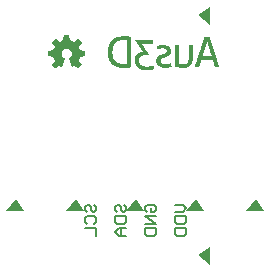
<source format=gbo>
G04 Layer_Color=32896*
%FSLAX44Y44*%
%MOMM*%
G71*
G01*
G75*
%ADD18C,0.1500*%
G36*
X174093Y203385D02*
X174193Y203369D01*
X174526D01*
X174593Y203352D01*
X174693D01*
X174909Y203335D01*
X175093Y203302D01*
X175243Y203285D01*
X175359D01*
X175459Y203269D01*
X175542Y203252D01*
X175592D01*
Y203019D01*
Y202836D01*
Y202769D01*
Y202719D01*
Y202686D01*
Y202669D01*
Y202502D01*
Y202352D01*
Y202269D01*
Y202252D01*
Y202236D01*
Y201969D01*
Y201736D01*
Y201553D01*
Y201402D01*
Y201303D01*
Y201219D01*
Y201186D01*
Y201169D01*
Y201103D01*
Y201019D01*
Y200819D01*
Y200586D01*
Y200336D01*
Y200086D01*
Y199886D01*
Y199820D01*
Y199753D01*
Y199720D01*
Y199703D01*
Y199403D01*
Y199253D01*
Y199120D01*
Y199003D01*
Y198920D01*
Y198853D01*
Y198836D01*
Y198437D01*
Y198237D01*
Y198053D01*
Y197903D01*
Y197787D01*
Y197703D01*
Y197670D01*
Y197337D01*
Y197004D01*
Y196670D01*
Y196354D01*
Y196087D01*
Y195971D01*
Y195871D01*
Y195804D01*
Y195737D01*
Y195704D01*
Y195687D01*
Y195237D01*
Y194788D01*
Y194321D01*
Y193904D01*
Y193721D01*
Y193538D01*
Y193388D01*
Y193255D01*
Y193138D01*
Y193055D01*
Y193005D01*
Y192988D01*
X175576Y192471D01*
X175559Y192005D01*
X175526Y191588D01*
X175492Y191222D01*
X175476Y191055D01*
X175459Y190905D01*
Y190788D01*
X175443Y190689D01*
X175426Y190605D01*
X175409Y190539D01*
Y190505D01*
Y190489D01*
X175343Y190089D01*
X175259Y189706D01*
X175176Y189372D01*
X175093Y189089D01*
X175026Y188856D01*
X174959Y188672D01*
X174943Y188606D01*
X174926Y188556D01*
X174909Y188539D01*
Y188522D01*
X174776Y188223D01*
X174643Y187923D01*
X174509Y187673D01*
X174376Y187456D01*
X174259Y187273D01*
X174176Y187139D01*
X174109Y187056D01*
X174093Y187023D01*
X173909Y186790D01*
X173726Y186573D01*
X173560Y186373D01*
X173393Y186206D01*
X173260Y186073D01*
X173143Y185973D01*
X173076Y185907D01*
X173043Y185890D01*
X172810Y185723D01*
X172593Y185573D01*
X172377Y185440D01*
X172177Y185323D01*
X172010Y185240D01*
X171877Y185157D01*
X171793Y185123D01*
X171760Y185107D01*
X171227Y184907D01*
X170977Y184823D01*
X170744Y184757D01*
X170560Y184707D01*
X170410Y184673D01*
X170310Y184640D01*
X170277D01*
X169977Y184590D01*
X169694Y184540D01*
X169411Y184507D01*
X169161Y184473D01*
X168961Y184440D01*
X168794Y184424D01*
X168744D01*
X168694Y184407D01*
X168661D01*
X168344Y184390D01*
X168028Y184373D01*
X167744Y184357D01*
X167478D01*
X167245Y184340D01*
X166578D01*
X166245Y184357D01*
X165945D01*
X165662Y184373D01*
X165428Y184390D01*
X165245D01*
X165178Y184407D01*
X165095D01*
X164762Y184440D01*
X164445Y184490D01*
X164145Y184524D01*
X163879Y184573D01*
X163645Y184607D01*
X163479Y184640D01*
X163412D01*
X163362Y184657D01*
X163329D01*
X162996Y184723D01*
X162696Y184773D01*
X162412Y184840D01*
X162179Y184890D01*
X161963Y184923D01*
X161813Y184957D01*
X161713Y184990D01*
X161679D01*
X161413Y185057D01*
X161163Y185123D01*
X160930Y185190D01*
X160713Y185240D01*
X160546Y185273D01*
X160430Y185307D01*
X160346Y185340D01*
X160313D01*
Y185540D01*
Y185740D01*
Y185907D01*
Y186056D01*
Y186190D01*
Y186273D01*
Y186340D01*
Y186356D01*
Y186656D01*
Y186790D01*
Y186906D01*
Y186989D01*
Y187073D01*
Y187106D01*
Y187123D01*
Y187406D01*
Y187656D01*
Y187873D01*
Y188039D01*
Y188189D01*
Y188272D01*
Y188339D01*
Y188356D01*
Y188672D01*
Y188839D01*
Y188989D01*
Y189106D01*
Y189222D01*
Y189289D01*
Y189306D01*
Y189456D01*
Y189589D01*
Y189672D01*
Y189689D01*
Y189706D01*
Y189872D01*
Y190022D01*
Y190089D01*
Y190139D01*
Y190172D01*
Y190189D01*
Y190389D01*
Y190589D01*
Y190672D01*
Y190739D01*
Y190772D01*
Y190788D01*
Y191038D01*
Y191288D01*
Y191372D01*
Y191455D01*
Y191505D01*
Y191522D01*
Y191772D01*
Y192038D01*
Y192288D01*
Y192521D01*
Y192738D01*
Y192888D01*
Y192955D01*
Y193005D01*
Y193021D01*
Y193038D01*
Y193388D01*
Y193738D01*
Y194088D01*
Y194404D01*
Y194688D01*
Y194804D01*
Y194904D01*
Y194988D01*
Y195054D01*
Y195087D01*
Y195104D01*
Y195671D01*
Y196254D01*
Y196837D01*
Y197104D01*
Y197370D01*
Y197620D01*
Y197837D01*
Y198053D01*
Y198220D01*
Y198353D01*
Y198470D01*
Y198537D01*
Y198553D01*
Y199336D01*
Y200136D01*
Y200919D01*
Y201303D01*
Y201652D01*
Y201986D01*
Y202286D01*
Y202569D01*
Y202802D01*
Y202985D01*
Y203135D01*
Y203219D01*
Y203252D01*
X160463Y203285D01*
X160596Y203302D01*
X160696Y203319D01*
X160730D01*
X160896Y203335D01*
X161046D01*
X161113Y203352D01*
X161196D01*
X161363Y203369D01*
X161646D01*
X161796Y203385D01*
X161929Y203402D01*
X162229D01*
X162362Y203385D01*
X162463Y203369D01*
X162796D01*
X162912Y203352D01*
X162946D01*
X163129Y203335D01*
X163279D01*
X163379Y203319D01*
X163412D01*
X163579Y203302D01*
X163712Y203269D01*
X163796Y203252D01*
X163829D01*
Y203069D01*
Y202902D01*
Y202752D01*
Y202619D01*
Y202519D01*
Y202436D01*
Y202386D01*
Y202369D01*
Y202119D01*
Y202002D01*
Y201902D01*
Y201819D01*
Y201752D01*
Y201719D01*
Y201702D01*
Y201386D01*
Y201103D01*
Y200869D01*
Y200703D01*
Y200553D01*
Y200469D01*
Y200403D01*
Y200386D01*
Y200219D01*
Y200003D01*
Y199786D01*
Y199570D01*
Y199370D01*
Y199203D01*
Y199136D01*
Y199086D01*
Y199070D01*
Y199053D01*
Y198870D01*
Y198703D01*
Y198636D01*
Y198587D01*
Y198553D01*
Y198537D01*
Y198320D01*
Y198120D01*
Y198037D01*
Y197970D01*
Y197920D01*
Y197903D01*
Y197687D01*
Y197470D01*
Y197254D01*
Y197054D01*
Y196870D01*
Y196737D01*
Y196637D01*
Y196620D01*
Y196604D01*
Y196304D01*
Y196004D01*
Y195704D01*
Y195421D01*
Y195187D01*
Y194988D01*
Y194921D01*
Y194871D01*
Y194837D01*
Y194821D01*
Y194321D01*
Y193804D01*
Y193305D01*
Y192821D01*
Y192605D01*
Y192405D01*
Y192238D01*
Y192088D01*
Y191955D01*
Y191872D01*
Y191805D01*
Y191788D01*
Y191105D01*
Y190422D01*
Y189739D01*
Y189406D01*
Y189106D01*
Y188806D01*
Y188556D01*
Y188306D01*
Y188106D01*
Y187956D01*
Y187823D01*
Y187756D01*
Y187723D01*
X164329Y187589D01*
X164579Y187539D01*
X164795Y187506D01*
X164995Y187473D01*
X165145Y187439D01*
X165245Y187423D01*
X165278D01*
X165862Y187373D01*
X166145Y187356D01*
X166411D01*
X166645Y187339D01*
X166978D01*
X167411Y187356D01*
X167611D01*
X167778Y187373D01*
X167928D01*
X168028Y187389D01*
X168128D01*
X168328Y187423D01*
X168511Y187456D01*
X168678Y187489D01*
X168827Y187523D01*
X168961Y187539D01*
X169044Y187573D01*
X169111Y187589D01*
X169127D01*
X169461Y187689D01*
X169611Y187756D01*
X169744Y187806D01*
X169861Y187856D01*
X169944Y187906D01*
X169994Y187923D01*
X170011Y187939D01*
X170277Y188123D01*
X170410Y188206D01*
X170510Y188289D01*
X170594Y188356D01*
X170660Y188423D01*
X170710Y188456D01*
X170727Y188472D01*
X170944Y188739D01*
X171127Y188989D01*
X171194Y189106D01*
X171243Y189189D01*
X171277Y189239D01*
X171294Y189256D01*
X171460Y189606D01*
X171527Y189772D01*
X171593Y189922D01*
X171627Y190072D01*
X171660Y190172D01*
X171693Y190239D01*
Y190272D01*
X171810Y190705D01*
X171843Y190922D01*
X171877Y191122D01*
X171910Y191288D01*
X171927Y191422D01*
X171943Y191505D01*
Y191538D01*
X171977Y192088D01*
X171993Y192355D01*
Y192605D01*
X172010Y192821D01*
Y192971D01*
Y193038D01*
Y193088D01*
Y193105D01*
Y193121D01*
Y193355D01*
Y193538D01*
Y193605D01*
Y193654D01*
Y193688D01*
Y193704D01*
Y193888D01*
Y194021D01*
Y194121D01*
Y194138D01*
Y194154D01*
Y194421D01*
Y194638D01*
Y194804D01*
Y194954D01*
Y195054D01*
Y195137D01*
Y195171D01*
Y195187D01*
Y195254D01*
Y195337D01*
Y195537D01*
Y195771D01*
Y196021D01*
Y196254D01*
Y196454D01*
Y196520D01*
Y196587D01*
Y196620D01*
Y196637D01*
Y196920D01*
Y197070D01*
Y197204D01*
Y197320D01*
Y197404D01*
Y197470D01*
Y197487D01*
Y197870D01*
Y198070D01*
Y198237D01*
Y198387D01*
Y198520D01*
Y198587D01*
Y198620D01*
Y198953D01*
Y199286D01*
Y199620D01*
Y199919D01*
Y200186D01*
Y200303D01*
Y200403D01*
Y200486D01*
Y200536D01*
Y200569D01*
Y200586D01*
Y201036D01*
Y201486D01*
Y201936D01*
Y202352D01*
Y202535D01*
Y202719D01*
Y202869D01*
Y203002D01*
Y203102D01*
Y203185D01*
Y203235D01*
Y203252D01*
X172177Y203285D01*
X172310Y203302D01*
X172410Y203319D01*
X172443D01*
X172610Y203335D01*
X172760D01*
X172876Y203352D01*
X172910D01*
X173093Y203369D01*
X173410D01*
X173560Y203385D01*
X173693Y203402D01*
X173960D01*
X174093Y203385D01*
D02*
G37*
G36*
X141834Y207868D02*
X141851Y207734D01*
X141868Y207634D01*
X141884Y207618D01*
Y207601D01*
X141901Y207451D01*
Y207318D01*
X141918Y207218D01*
Y207201D01*
Y207184D01*
X141934Y207018D01*
Y206884D01*
X141951Y206784D01*
Y206768D01*
Y206751D01*
Y206601D01*
Y206485D01*
Y206385D01*
Y206368D01*
Y206351D01*
Y206051D01*
X141934Y205918D01*
Y205785D01*
Y205685D01*
X141918Y205601D01*
Y205551D01*
Y205535D01*
X141884Y205268D01*
X141868Y205135D01*
X141851Y205035D01*
X141834Y204935D01*
X141818Y204868D01*
X141801Y204818D01*
Y204802D01*
X132554D01*
X132920Y204218D01*
X133287Y203652D01*
X133620Y203102D01*
X133953Y202586D01*
X134286Y202069D01*
X134586Y201586D01*
X134886Y201103D01*
X135186Y200653D01*
X135453Y200219D01*
X135719Y199803D01*
X135969Y199403D01*
X136219Y199020D01*
X136436Y198670D01*
X136652Y198320D01*
X136869Y198003D01*
X137052Y197687D01*
X137236Y197404D01*
X137419Y197137D01*
X137569Y196887D01*
X137719Y196654D01*
X137852Y196437D01*
X137985Y196254D01*
X138085Y196070D01*
X138185Y195921D01*
X138285Y195771D01*
X138352Y195654D01*
X138419Y195554D01*
X138469Y195471D01*
X138519Y195404D01*
X138552Y195354D01*
X138569Y195337D01*
Y195321D01*
X138519Y195237D01*
X138485Y195204D01*
Y195187D01*
Y195171D01*
X138452Y195137D01*
X138419Y195087D01*
X138385Y195021D01*
X138335Y194954D01*
X138302Y194888D01*
X138285Y194854D01*
X138269Y194837D01*
X138002Y194888D01*
X137785Y194937D01*
X137685Y194954D01*
X137619D01*
X137569Y194971D01*
X137552D01*
X137269Y195021D01*
X137152Y195037D01*
X137036Y195054D01*
X136936D01*
X136869Y195071D01*
X136802D01*
X136536Y195087D01*
X136319D01*
X136219Y195104D01*
X136086D01*
X135819Y195121D01*
X135353D01*
X134920Y195104D01*
X134520Y195087D01*
X134153Y195037D01*
X133836Y194988D01*
X133570Y194937D01*
X133470Y194921D01*
X133370Y194904D01*
X133303Y194888D01*
X133253Y194871D01*
X133220Y194854D01*
X133203D01*
X132853Y194737D01*
X132537Y194604D01*
X132237Y194471D01*
X131987Y194338D01*
X131787Y194221D01*
X131620Y194121D01*
X131520Y194054D01*
X131487Y194038D01*
X131221Y193821D01*
X131004Y193605D01*
X130821Y193371D01*
X130654Y193155D01*
X130537Y192971D01*
X130454Y192805D01*
X130404Y192705D01*
X130387Y192688D01*
Y192671D01*
X130254Y192355D01*
X130171Y192022D01*
X130104Y191688D01*
X130054Y191388D01*
X130021Y191122D01*
Y191005D01*
X130004Y190905D01*
Y190839D01*
Y190772D01*
Y190739D01*
Y190722D01*
Y190455D01*
X130021Y190189D01*
X130054Y189955D01*
X130071Y189755D01*
X130104Y189572D01*
X130137Y189456D01*
X130154Y189372D01*
Y189339D01*
X130204Y189122D01*
X130271Y188906D01*
X130321Y188722D01*
X130387Y188556D01*
X130454Y188406D01*
X130487Y188306D01*
X130521Y188239D01*
X130537Y188223D01*
X130637Y188039D01*
X130737Y187856D01*
X130854Y187706D01*
X130937Y187556D01*
X131020Y187456D01*
X131087Y187356D01*
X131137Y187306D01*
X131154Y187289D01*
X131420Y186989D01*
X131554Y186856D01*
X131687Y186756D01*
X131787Y186656D01*
X131870Y186590D01*
X131937Y186556D01*
X131954Y186540D01*
X132287Y186306D01*
X132453Y186206D01*
X132603Y186140D01*
X132720Y186073D01*
X132837Y186023D01*
X132903Y185990D01*
X132920Y185973D01*
X133303Y185823D01*
X133487Y185756D01*
X133670Y185707D01*
X133820Y185657D01*
X133936Y185623D01*
X134003Y185590D01*
X134036D01*
X134486Y185507D01*
X134703Y185457D01*
X134886Y185440D01*
X135053Y185407D01*
X135169Y185390D01*
X135253Y185373D01*
X135286D01*
X135753Y185340D01*
X135986Y185323D01*
X136186D01*
X136369Y185307D01*
X136919D01*
X137202Y185323D01*
X137452D01*
X137685Y185340D01*
X137885Y185357D01*
X138019D01*
X138119Y185373D01*
X138152D01*
X138419Y185407D01*
X138669Y185440D01*
X138885Y185473D01*
X139102Y185507D01*
X139268Y185540D01*
X139385Y185573D01*
X139468Y185590D01*
X139502D01*
X139968Y185723D01*
X140168Y185773D01*
X140351Y185823D01*
X140518Y185873D01*
X140635Y185907D01*
X140701Y185940D01*
X140735D01*
X141168Y186090D01*
X141368Y186156D01*
X141551Y186223D01*
X141701Y186273D01*
X141818Y186323D01*
X141884Y186340D01*
X141918Y186356D01*
X142068Y186090D01*
X142134Y185956D01*
X142184Y185856D01*
X142234Y185756D01*
X142268Y185690D01*
X142284Y185640D01*
X142301Y185623D01*
X142418Y185357D01*
X142468Y185223D01*
X142518Y185107D01*
X142568Y185007D01*
X142584Y184940D01*
X142618Y184890D01*
Y184873D01*
X142718Y184607D01*
X142767Y184473D01*
X142801Y184357D01*
X142834Y184257D01*
X142867Y184174D01*
X142884Y184124D01*
Y184107D01*
X142951Y183824D01*
X142968Y183690D01*
X143001Y183574D01*
X143017Y183474D01*
Y183390D01*
X143034Y183340D01*
Y183324D01*
X142468Y183107D01*
X142201Y183024D01*
X141968Y182941D01*
X141768Y182874D01*
X141601Y182841D01*
X141501Y182807D01*
X141484Y182791D01*
X141468D01*
X140901Y182641D01*
X140635Y182574D01*
X140385Y182524D01*
X140185Y182491D01*
X140018Y182457D01*
X139918Y182424D01*
X139885D01*
X139302Y182341D01*
X139018Y182291D01*
X138769Y182274D01*
X138569Y182241D01*
X138402Y182224D01*
X138335D01*
X138285Y182207D01*
X138252D01*
X137935Y182191D01*
X137619Y182174D01*
X137319Y182157D01*
X137052D01*
X136836Y182141D01*
X136119D01*
X135753Y182157D01*
X135403Y182174D01*
X135103Y182207D01*
X134853Y182224D01*
X134753D01*
X134653Y182241D01*
X134586D01*
X134536Y182257D01*
X134486D01*
X134120Y182324D01*
X133770Y182391D01*
X133453Y182457D01*
X133170Y182507D01*
X132920Y182574D01*
X132737Y182624D01*
X132670Y182641D01*
X132620D01*
X132603Y182657D01*
X132587D01*
X132254Y182757D01*
X131937Y182874D01*
X131637Y182990D01*
X131370Y183090D01*
X131154Y183190D01*
X130987Y183257D01*
X130937Y183291D01*
X130887Y183307D01*
X130871Y183324D01*
X130854D01*
X130571Y183474D01*
X130287Y183640D01*
X130037Y183807D01*
X129804Y183957D01*
X129621Y184090D01*
X129471Y184190D01*
X129388Y184273D01*
X129354Y184290D01*
X129104Y184507D01*
X128871Y184723D01*
X128671Y184923D01*
X128488Y185107D01*
X128338Y185273D01*
X128221Y185407D01*
X128138Y185490D01*
X128121Y185523D01*
X127938Y185790D01*
X127755Y186056D01*
X127605Y186323D01*
X127455Y186556D01*
X127355Y186756D01*
X127255Y186923D01*
X127221Y186973D01*
X127205Y187023D01*
X127188Y187040D01*
Y187056D01*
X127038Y187373D01*
X126922Y187706D01*
X126822Y188023D01*
X126722Y188306D01*
X126655Y188539D01*
X126638Y188656D01*
X126605Y188739D01*
X126588Y188806D01*
Y188856D01*
X126572Y188889D01*
Y188906D01*
X126505Y189289D01*
X126455Y189655D01*
X126422Y190022D01*
X126388Y190355D01*
Y190639D01*
X126372Y190755D01*
Y190855D01*
Y190938D01*
Y191005D01*
Y191038D01*
Y191055D01*
X126388Y191488D01*
X126405Y191672D01*
X126422Y191855D01*
X126438Y191988D01*
X126455Y192105D01*
X126472Y192188D01*
Y192205D01*
X126555Y192638D01*
X126605Y192838D01*
X126655Y193005D01*
X126705Y193155D01*
X126738Y193271D01*
X126755Y193338D01*
X126772Y193371D01*
X126938Y193788D01*
X127022Y193988D01*
X127105Y194154D01*
X127188Y194288D01*
X127238Y194388D01*
X127271Y194471D01*
X127288Y194488D01*
X127405Y194688D01*
X127521Y194871D01*
X127638Y195054D01*
X127755Y195187D01*
X127838Y195321D01*
X127921Y195404D01*
X127971Y195471D01*
X127988Y195487D01*
X128305Y195837D01*
X128455Y195987D01*
X128588Y196104D01*
X128721Y196220D01*
X128821Y196304D01*
X128888Y196354D01*
X128904Y196370D01*
X129288Y196637D01*
X129471Y196754D01*
X129654Y196854D01*
X129804Y196937D01*
X129921Y197004D01*
X129987Y197037D01*
X130021Y197054D01*
X130504Y197237D01*
X130737Y197320D01*
X130937Y197370D01*
X131121Y197420D01*
X131254Y197453D01*
X131354Y197487D01*
X131387D01*
X131937Y197570D01*
X132204Y197603D01*
X132453Y197620D01*
X132670Y197637D01*
X133387D01*
X133470Y197620D01*
X133503Y197603D01*
X133520D01*
X133120Y198220D01*
X132720Y198820D01*
X132337Y199386D01*
X131970Y199936D01*
X131620Y200469D01*
X131287Y200986D01*
X130954Y201486D01*
X130637Y201969D01*
X130337Y202419D01*
X130054Y202869D01*
X129771Y203285D01*
X129504Y203685D01*
X129254Y204069D01*
X129021Y204418D01*
X128804Y204768D01*
X128588Y205085D01*
X128388Y205385D01*
X128205Y205668D01*
X128021Y205935D01*
X127871Y206185D01*
X127721Y206401D01*
X127588Y206601D01*
X127455Y206801D01*
X127355Y206968D01*
X127255Y207101D01*
X127171Y207234D01*
X127105Y207334D01*
X127038Y207434D01*
X126988Y207501D01*
X126972Y207551D01*
X126938Y207568D01*
Y207584D01*
X127055Y207768D01*
X127138Y207901D01*
X127188Y207984D01*
X127205Y208001D01*
X141801D01*
X141834Y207868D01*
D02*
G37*
G36*
X71002Y211859D02*
Y211726D01*
X71802Y207793D01*
Y207726D01*
X71869Y207660D01*
X72002Y207593D01*
X74601Y206460D01*
X74868D01*
X78200Y208860D01*
X78334D01*
X78467Y208726D01*
X81333Y205994D01*
Y205927D01*
Y205860D01*
Y205794D01*
Y205727D01*
X79067Y202395D01*
Y202261D01*
Y202195D01*
Y202128D01*
X80266Y199395D01*
Y199329D01*
X80333Y199262D01*
X80466Y199195D01*
X84265Y198529D01*
X84399D01*
X84465Y198462D01*
Y198329D01*
Y194397D01*
Y194330D01*
X84399Y194263D01*
X84265Y194197D01*
X80600Y193397D01*
X80533D01*
X80466Y193330D01*
X80400Y193263D01*
X79133Y190331D01*
Y190264D01*
Y190131D01*
Y190064D01*
X81333Y186932D01*
Y186798D01*
Y186732D01*
X78467Y183933D01*
X78400Y183866D01*
X78334D01*
X78200Y183933D01*
X75201Y185999D01*
X74868D01*
X73601Y185199D01*
X73535D01*
X73468Y185266D01*
X73401Y185332D01*
X70536Y191997D01*
Y192064D01*
Y192131D01*
X70669Y192330D01*
X71002Y192464D01*
X71069Y192530D01*
X71135Y192597D01*
X71202Y192664D01*
X71269Y192730D01*
X71535Y192864D01*
X71869Y193197D01*
X72202Y193597D01*
X72602Y194063D01*
X72868Y194663D01*
X73135Y195396D01*
X73202Y196263D01*
Y196329D01*
Y196596D01*
X73135Y196929D01*
X73068Y197329D01*
X72868Y197862D01*
X72668Y198396D01*
X72335Y198929D01*
X71935Y199395D01*
X71869Y199462D01*
X71735Y199595D01*
X71469Y199795D01*
X71135Y200062D01*
X70669Y200328D01*
X70136Y200528D01*
X69536Y200662D01*
X68869Y200728D01*
X68603D01*
X68203Y200662D01*
X67803Y200595D01*
X67336Y200395D01*
X66803Y200195D01*
X66270Y199862D01*
X65803Y199395D01*
X65737Y199329D01*
X65603Y199195D01*
X65404Y198929D01*
X65204Y198529D01*
X64937Y198062D01*
X64737Y197529D01*
X64604Y196929D01*
X64537Y196263D01*
Y196129D01*
Y195863D01*
X64670Y195463D01*
X64804Y194930D01*
X65004Y194330D01*
X65337Y193730D01*
X65803Y193197D01*
X66470Y192664D01*
X66537Y192597D01*
X66603Y192530D01*
X66670D01*
Y192464D01*
X67070Y192330D01*
X67137Y192264D01*
Y191997D01*
X64404Y185332D01*
X64337Y185266D01*
X64137Y185199D01*
X62804Y185999D01*
X62538D01*
X59538Y183933D01*
X59405Y183866D01*
X59338D01*
X59205Y183933D01*
X56406Y186732D01*
Y186798D01*
Y186865D01*
Y186932D01*
X58539Y190064D01*
Y190131D01*
Y190198D01*
Y190331D01*
X57339Y193263D01*
Y193330D01*
X57272Y193397D01*
X57139D01*
X53473Y194197D01*
X53407D01*
X53340Y194263D01*
X53273Y194397D01*
Y198329D01*
Y198396D01*
Y198462D01*
X53340Y198529D01*
X53473D01*
X57272Y199195D01*
X57339D01*
X57406Y199262D01*
X57539Y199395D01*
X58672Y202128D01*
Y202195D01*
Y202261D01*
Y202328D01*
Y202395D01*
X56406Y205727D01*
Y205794D01*
Y205860D01*
Y205927D01*
Y205994D01*
X59205Y208726D01*
X59272Y208793D01*
X59538Y208860D01*
X62804Y206460D01*
X63071D01*
X65737Y207593D01*
X65870D01*
X65937Y207660D01*
Y207793D01*
X66670Y211726D01*
Y211792D01*
Y211859D01*
X66737Y211925D01*
X70936D01*
X71002Y211859D01*
D02*
G37*
G36*
X118540Y211050D02*
X118840D01*
X119157Y211033D01*
X119473Y211017D01*
X119773Y211000D01*
X120023Y210983D01*
X120257Y210967D01*
X120423D01*
X120490Y210950D01*
X120573D01*
X120873Y210933D01*
X121156Y210900D01*
X121406Y210883D01*
X121623Y210867D01*
X121790Y210850D01*
X121923Y210833D01*
X122006Y210817D01*
X122039D01*
X122523Y210767D01*
X122739Y210750D01*
X122956Y210733D01*
X123123Y210717D01*
X123256Y210700D01*
X123339Y210683D01*
X123539D01*
Y210383D01*
Y210100D01*
Y209850D01*
Y209634D01*
Y209450D01*
Y209334D01*
Y209251D01*
Y209217D01*
Y208984D01*
Y208784D01*
Y208584D01*
Y208417D01*
Y208284D01*
Y208184D01*
Y208117D01*
Y208101D01*
Y207684D01*
Y207334D01*
Y207034D01*
Y206784D01*
Y206584D01*
Y206451D01*
Y206368D01*
Y206335D01*
Y206101D01*
Y205868D01*
Y205635D01*
Y205418D01*
Y205218D01*
Y205068D01*
Y204968D01*
Y204952D01*
Y204935D01*
Y204735D01*
Y204552D01*
Y204485D01*
Y204418D01*
Y204385D01*
Y204368D01*
Y204135D01*
Y203902D01*
Y203818D01*
Y203735D01*
Y203685D01*
Y203669D01*
Y203369D01*
Y203235D01*
Y203102D01*
Y202985D01*
Y202902D01*
Y202836D01*
Y202819D01*
Y202452D01*
Y202269D01*
Y202102D01*
Y201952D01*
Y201836D01*
Y201769D01*
Y201736D01*
Y201369D01*
Y201003D01*
Y200636D01*
Y200286D01*
Y199986D01*
Y199853D01*
Y199753D01*
Y199653D01*
Y199586D01*
Y199553D01*
Y199536D01*
Y199053D01*
Y198537D01*
Y198053D01*
Y197603D01*
Y197387D01*
Y197204D01*
Y197037D01*
Y196887D01*
Y196770D01*
Y196670D01*
Y196620D01*
Y196604D01*
Y196204D01*
Y195771D01*
Y194921D01*
Y194071D01*
Y193671D01*
Y193288D01*
Y192921D01*
Y192588D01*
Y192305D01*
Y192038D01*
Y191838D01*
Y191688D01*
Y191588D01*
Y191572D01*
Y191555D01*
Y191005D01*
Y190439D01*
Y189272D01*
Y188706D01*
Y188139D01*
Y187589D01*
Y187073D01*
Y186590D01*
Y186156D01*
Y185756D01*
Y185423D01*
Y185273D01*
Y185157D01*
Y185040D01*
Y184940D01*
Y184873D01*
Y184823D01*
Y184790D01*
Y184773D01*
X123073Y184707D01*
X122856Y184673D01*
X122639Y184657D01*
X122473Y184640D01*
X122323Y184624D01*
X122239Y184607D01*
X122206D01*
X121673Y184557D01*
X121406Y184540D01*
X121173Y184524D01*
X120973Y184507D01*
X120807Y184490D01*
X120757Y184473D01*
X120673D01*
X120373Y184440D01*
X120073Y184424D01*
X119790Y184407D01*
X119540Y184390D01*
X119324Y184373D01*
X119157Y184357D01*
X118690D01*
X118390Y184340D01*
X117324D01*
X116691Y184357D01*
X116091Y184373D01*
X115508Y184424D01*
X114958Y184473D01*
X114425Y184524D01*
X113942Y184607D01*
X113475Y184673D01*
X113058Y184757D01*
X112675Y184823D01*
X112342Y184907D01*
X112042Y184973D01*
X111792Y185023D01*
X111609Y185090D01*
X111459Y185123D01*
X111376Y185140D01*
X111342Y185157D01*
X110876Y185323D01*
X110426Y185490D01*
X109993Y185690D01*
X109593Y185890D01*
X109209Y186090D01*
X108860Y186290D01*
X108543Y186506D01*
X108243Y186690D01*
X107976Y186889D01*
X107743Y187056D01*
X107543Y187223D01*
X107377Y187356D01*
X107243Y187473D01*
X107160Y187556D01*
X107093Y187606D01*
X107077Y187623D01*
X106760Y187939D01*
X106460Y188272D01*
X106194Y188606D01*
X105944Y188956D01*
X105710Y189306D01*
X105494Y189655D01*
X105294Y189989D01*
X105127Y190305D01*
X104977Y190605D01*
X104844Y190889D01*
X104727Y191138D01*
X104644Y191355D01*
X104561Y191522D01*
X104511Y191655D01*
X104494Y191738D01*
X104477Y191772D01*
X104327Y192255D01*
X104194Y192755D01*
X104077Y193255D01*
X103977Y193755D01*
X103894Y194254D01*
X103827Y194737D01*
X103761Y195221D01*
X103711Y195671D01*
X103678Y196087D01*
X103661Y196470D01*
X103644Y196804D01*
X103628Y197104D01*
X103611Y197337D01*
Y197437D01*
Y197520D01*
Y197587D01*
Y197637D01*
Y197654D01*
Y197670D01*
X103628Y198270D01*
X103644Y198853D01*
X103694Y199403D01*
X103744Y199936D01*
X103811Y200436D01*
X103877Y200919D01*
X103961Y201353D01*
X104027Y201752D01*
X104111Y202119D01*
X104194Y202452D01*
X104261Y202736D01*
X104327Y202969D01*
X104377Y203152D01*
X104427Y203285D01*
X104444Y203369D01*
X104461Y203402D01*
X104627Y203852D01*
X104811Y204285D01*
X105010Y204702D01*
X105211Y205102D01*
X105427Y205468D01*
X105627Y205818D01*
X105844Y206135D01*
X106044Y206434D01*
X106243Y206701D01*
X106410Y206934D01*
X106577Y207134D01*
X106710Y207301D01*
X106827Y207434D01*
X106927Y207534D01*
X106977Y207601D01*
X106993Y207618D01*
X107327Y207934D01*
X107660Y208234D01*
X108010Y208501D01*
X108376Y208751D01*
X108726Y208984D01*
X109076Y209200D01*
X109426Y209384D01*
X109743Y209567D01*
X110059Y209717D01*
X110326Y209834D01*
X110592Y209950D01*
X110809Y210034D01*
X110976Y210117D01*
X111109Y210167D01*
X111192Y210184D01*
X111226Y210200D01*
X111709Y210350D01*
X112209Y210483D01*
X112725Y210600D01*
X113225Y210700D01*
X113742Y210783D01*
X114225Y210850D01*
X114708Y210917D01*
X115158Y210967D01*
X115575Y211000D01*
X115958Y211017D01*
X116308Y211033D01*
X116608Y211050D01*
X116841Y211067D01*
X118324D01*
X118540Y211050D01*
D02*
G37*
G36*
X150899Y203652D02*
X151449Y203619D01*
X151715Y203585D01*
X151965Y203552D01*
X152182Y203519D01*
X152398Y203502D01*
X152582Y203469D01*
X152748Y203435D01*
X152898Y203402D01*
X153015Y203369D01*
X153115Y203352D01*
X153181Y203335D01*
X153231Y203319D01*
X153248D01*
X153715Y203169D01*
X154131Y203002D01*
X154498Y202819D01*
X154814Y202635D01*
X155064Y202486D01*
X155164Y202419D01*
X155248Y202352D01*
X155331Y202302D01*
X155381Y202269D01*
X155398Y202252D01*
X155414Y202236D01*
X155731Y201952D01*
X155997Y201669D01*
X156214Y201386D01*
X156397Y201119D01*
X156547Y200886D01*
X156647Y200703D01*
X156681Y200636D01*
X156714Y200586D01*
X156731Y200553D01*
Y200536D01*
X156881Y200170D01*
X156980Y199786D01*
X157064Y199420D01*
X157114Y199070D01*
X157147Y198787D01*
Y198653D01*
X157164Y198553D01*
Y198453D01*
Y198387D01*
Y198353D01*
Y198337D01*
X157147Y198003D01*
X157130Y197703D01*
X157080Y197437D01*
X157030Y197187D01*
X156997Y196987D01*
X156947Y196854D01*
X156931Y196754D01*
X156914Y196737D01*
Y196720D01*
X156797Y196454D01*
X156681Y196204D01*
X156547Y195987D01*
X156414Y195804D01*
X156297Y195654D01*
X156197Y195537D01*
X156131Y195471D01*
X156114Y195437D01*
X155914Y195237D01*
X155681Y195054D01*
X155464Y194888D01*
X155248Y194737D01*
X155048Y194604D01*
X154898Y194504D01*
X154798Y194438D01*
X154781Y194421D01*
X154764D01*
X154431Y194238D01*
X154098Y194071D01*
X153765Y193904D01*
X153448Y193771D01*
X153181Y193671D01*
X153065Y193621D01*
X152965Y193571D01*
X152898Y193554D01*
X152832Y193521D01*
X152798Y193505D01*
X152782D01*
X152648Y193454D01*
X152532Y193405D01*
X152465Y193388D01*
X152432Y193371D01*
X152398Y193355D01*
X152382Y193338D01*
X152348D01*
X152282Y193305D01*
X152148Y193255D01*
X151982Y193188D01*
X151815Y193138D01*
X151665Y193071D01*
X151549Y193038D01*
X151532Y193021D01*
X151515D01*
X151265Y192938D01*
X151049Y192871D01*
X150949Y192855D01*
X150882Y192821D01*
X150849Y192805D01*
X150832D01*
X150599Y192721D01*
X150399Y192655D01*
X150332Y192638D01*
X150266Y192605D01*
X150232Y192588D01*
X150216D01*
X149999Y192488D01*
X149832Y192405D01*
X149766Y192372D01*
X149716Y192338D01*
X149699Y192321D01*
X149682D01*
X149499Y192205D01*
X149333Y192122D01*
X149266Y192071D01*
X149216Y192055D01*
X149199Y192022D01*
X149183D01*
X149016Y191888D01*
X148899Y191772D01*
X148816Y191688D01*
X148783Y191672D01*
Y191655D01*
X148649Y191505D01*
X148549Y191372D01*
X148483Y191255D01*
X148466Y191238D01*
Y191222D01*
X148366Y191055D01*
X148299Y190889D01*
X148283Y190805D01*
X148266Y190755D01*
X148249Y190722D01*
Y190705D01*
X148216Y190472D01*
X148199Y190255D01*
Y190155D01*
Y190089D01*
Y190039D01*
Y190022D01*
X148216Y189789D01*
X148233Y189589D01*
X148249Y189522D01*
Y189456D01*
X148266Y189422D01*
Y189406D01*
X148349Y189189D01*
X148433Y189022D01*
X148466Y188956D01*
X148499Y188922D01*
X148516Y188889D01*
X148533Y188872D01*
X148666Y188689D01*
X148799Y188522D01*
X148849Y188456D01*
X148899Y188406D01*
X148916Y188389D01*
X148933Y188372D01*
X149099Y188206D01*
X149266Y188089D01*
X149333Y188039D01*
X149382Y188006D01*
X149416Y187973D01*
X149432D01*
X149649Y187856D01*
X149849Y187756D01*
X149932Y187723D01*
X149999Y187689D01*
X150032Y187673D01*
X150049D01*
X150299Y187573D01*
X150515Y187506D01*
X150616Y187473D01*
X150682Y187456D01*
X150732Y187439D01*
X150749D01*
X151032Y187373D01*
X151165Y187356D01*
X151282Y187339D01*
X151382Y187323D01*
X151465Y187306D01*
X151532D01*
X151815Y187289D01*
X151948D01*
X152082Y187273D01*
X152332D01*
X152765Y187289D01*
X152948D01*
X153132Y187306D01*
X153281D01*
X153398Y187323D01*
X153498D01*
X153931Y187373D01*
X154115Y187406D01*
X154298Y187423D01*
X154448Y187456D01*
X154565Y187473D01*
X154631Y187489D01*
X154664D01*
X155081Y187589D01*
X155281Y187639D01*
X155448Y187673D01*
X155581Y187706D01*
X155681Y187739D01*
X155764Y187756D01*
X155781D01*
X156164Y187889D01*
X156347Y187939D01*
X156497Y188006D01*
X156631Y188056D01*
X156731Y188089D01*
X156797Y188106D01*
X156814Y188123D01*
X156914Y187856D01*
X156964Y187723D01*
X156997Y187623D01*
X157030Y187523D01*
X157064Y187456D01*
X157080Y187406D01*
Y187389D01*
X157181Y187123D01*
X157214Y187006D01*
X157247Y186889D01*
X157281Y186806D01*
X157314Y186740D01*
X157330Y186690D01*
Y186673D01*
X157414Y186390D01*
X157447Y186273D01*
X157480Y186156D01*
X157497Y186056D01*
X157514Y185990D01*
X157530Y185940D01*
Y185923D01*
X157580Y185657D01*
X157597Y185440D01*
X157614Y185340D01*
X157630Y185273D01*
Y185223D01*
Y185207D01*
X157214Y185057D01*
X157014Y185007D01*
X156847Y184957D01*
X156681Y184907D01*
X156564Y184873D01*
X156497Y184857D01*
X156464D01*
X156014Y184740D01*
X155814Y184690D01*
X155614Y184657D01*
X155448Y184624D01*
X155331Y184590D01*
X155248Y184573D01*
X155214D01*
X154714Y184490D01*
X154481Y184457D01*
X154265Y184440D01*
X154081Y184407D01*
X153948D01*
X153848Y184390D01*
X153815D01*
X153231Y184357D01*
X152965D01*
X152715Y184340D01*
X151882D01*
X151582Y184357D01*
X151299Y184373D01*
X151065Y184390D01*
X150865Y184407D01*
X150716Y184424D01*
X150616Y184440D01*
X150582D01*
X150299Y184490D01*
X150016Y184540D01*
X149766Y184590D01*
X149549Y184657D01*
X149366Y184707D01*
X149216Y184740D01*
X149132Y184757D01*
X149099Y184773D01*
X148833Y184857D01*
X148599Y184940D01*
X148366Y185040D01*
X148183Y185107D01*
X148016Y185190D01*
X147900Y185240D01*
X147833Y185273D01*
X147800Y185290D01*
X147583Y185407D01*
X147366Y185523D01*
X147183Y185640D01*
X147016Y185740D01*
X146883Y185840D01*
X146783Y185907D01*
X146716Y185956D01*
X146700Y185973D01*
X146517Y186123D01*
X146333Y186273D01*
X146183Y186423D01*
X146050Y186556D01*
X145950Y186656D01*
X145867Y186740D01*
X145817Y186806D01*
X145800Y186823D01*
X145550Y187190D01*
X145434Y187356D01*
X145333Y187506D01*
X145267Y187639D01*
X145200Y187756D01*
X145167Y187823D01*
X145150Y187839D01*
X144967Y188256D01*
X144900Y188456D01*
X144850Y188639D01*
X144800Y188789D01*
X144767Y188906D01*
X144750Y188972D01*
Y189006D01*
X144667Y189472D01*
X144650Y189689D01*
X144634Y189872D01*
X144617Y190039D01*
Y190172D01*
Y190255D01*
Y190289D01*
Y190505D01*
X144634Y190705D01*
X144650Y190889D01*
X144667Y191055D01*
X144684Y191188D01*
X144700Y191305D01*
X144717Y191372D01*
Y191388D01*
X144784Y191738D01*
X144817Y191905D01*
X144850Y192038D01*
X144900Y192155D01*
X144917Y192255D01*
X144950Y192305D01*
Y192321D01*
X145100Y192621D01*
X145167Y192755D01*
X145233Y192871D01*
X145283Y192971D01*
X145333Y193038D01*
X145350Y193088D01*
X145367Y193105D01*
X145534Y193355D01*
X145683Y193554D01*
X145750Y193638D01*
X145800Y193704D01*
X145833Y193738D01*
X145850Y193755D01*
X146067Y193971D01*
X146267Y194138D01*
X146350Y194204D01*
X146417Y194254D01*
X146450Y194288D01*
X146467Y194304D01*
X146716Y194488D01*
X146950Y194638D01*
X147050Y194688D01*
X147133Y194737D01*
X147183Y194754D01*
X147200Y194771D01*
X147483Y194904D01*
X147616Y194971D01*
X147750Y195021D01*
X147850Y195071D01*
X147933Y195104D01*
X147983Y195137D01*
X147999D01*
X148299Y195254D01*
X148449Y195304D01*
X148566Y195337D01*
X148683Y195387D01*
X148766Y195404D01*
X148816Y195437D01*
X148833D01*
X148999Y195504D01*
X149132Y195537D01*
X149216Y195571D01*
X149266Y195587D01*
X149299D01*
X149333Y195604D01*
X149382Y195621D01*
X149449Y195637D01*
X149616Y195704D01*
X149832Y195787D01*
X150049Y195854D01*
X150232Y195921D01*
X150299Y195954D01*
X150366Y195971D01*
X150399Y195987D01*
X150415D01*
X150649Y196054D01*
X150849Y196120D01*
X150932Y196154D01*
X150999Y196171D01*
X151032Y196187D01*
X151049D01*
X151265Y196287D01*
X151449Y196354D01*
X151532Y196387D01*
X151582Y196404D01*
X151615Y196420D01*
X151632D01*
X151832Y196504D01*
X151999Y196570D01*
X152065Y196604D01*
X152115Y196637D01*
X152148Y196654D01*
X152165D01*
X152332Y196754D01*
X152482Y196854D01*
X152582Y196920D01*
X152598Y196937D01*
X152615D01*
X152782Y197054D01*
X152898Y197154D01*
X152982Y197237D01*
X153015Y197270D01*
X153132Y197404D01*
X153215Y197537D01*
X153281Y197637D01*
X153298Y197654D01*
Y197670D01*
X153382Y197837D01*
X153448Y197987D01*
X153481Y198103D01*
X153498Y198120D01*
Y198137D01*
X153531Y198337D01*
X153548Y198520D01*
X153565Y198587D01*
Y198653D01*
Y198687D01*
Y198703D01*
X153548Y198920D01*
X153515Y199120D01*
X153481Y199286D01*
X153431Y199436D01*
X153382Y199553D01*
X153331Y199653D01*
X153315Y199703D01*
X153298Y199720D01*
X153181Y199870D01*
X153065Y200003D01*
X152932Y200103D01*
X152815Y200203D01*
X152698Y200269D01*
X152615Y200319D01*
X152548Y200353D01*
X152532Y200369D01*
X152132Y200519D01*
X151948Y200569D01*
X151782Y200619D01*
X151632Y200669D01*
X151515Y200703D01*
X151449Y200719D01*
X151415D01*
X150965Y200786D01*
X150765Y200803D01*
X150566Y200819D01*
X150399Y200836D01*
X149932D01*
X149716Y200819D01*
X149499D01*
X149316Y200803D01*
X149166Y200786D01*
X149049D01*
X148983Y200769D01*
X148949D01*
X148533Y200703D01*
X148333Y200669D01*
X148166Y200636D01*
X148016Y200603D01*
X147916Y200586D01*
X147833Y200553D01*
X147816D01*
X147416Y200469D01*
X147250Y200419D01*
X147100Y200386D01*
X146966Y200353D01*
X146867Y200319D01*
X146800Y200303D01*
X146783D01*
X146450Y200203D01*
X146300Y200153D01*
X146167Y200103D01*
X146050Y200070D01*
X145967Y200036D01*
X145917Y200019D01*
X145900D01*
X145800Y200253D01*
X145717Y200453D01*
X145700Y200536D01*
X145667Y200603D01*
X145650Y200636D01*
Y200653D01*
X145567Y200903D01*
X145484Y201119D01*
X145467Y201203D01*
X145450Y201269D01*
X145434Y201319D01*
Y201336D01*
X145367Y201602D01*
X145333Y201719D01*
X145317Y201836D01*
X145300Y201919D01*
X145283Y201986D01*
X145267Y202036D01*
Y202052D01*
X145217Y202319D01*
X145184Y202552D01*
X145167Y202652D01*
X145150Y202719D01*
Y202769D01*
Y202785D01*
X145550Y202902D01*
X145733Y202969D01*
X145900Y203019D01*
X146050Y203052D01*
X146167Y203085D01*
X146233Y203119D01*
X146267D01*
X146700Y203235D01*
X146916Y203285D01*
X147116Y203319D01*
X147283Y203369D01*
X147416Y203385D01*
X147500Y203419D01*
X147533D01*
X148016Y203502D01*
X148249Y203535D01*
X148449Y203569D01*
X148633Y203585D01*
X148766Y203602D01*
X148849Y203619D01*
X148883D01*
X149382Y203652D01*
X149632D01*
X149832Y203669D01*
X150282D01*
X150899Y203652D01*
D02*
G37*
G36*
X188023Y210800D02*
X188506D01*
X188572Y210783D01*
X188672D01*
X188872Y210767D01*
X189039D01*
X189106Y210750D01*
X189206D01*
X189389Y210733D01*
X189539Y210700D01*
X189655Y210683D01*
X189689D01*
X189789Y210383D01*
X189872Y210100D01*
X189955Y209850D01*
X190022Y209634D01*
X190089Y209467D01*
X190139Y209334D01*
X190155Y209251D01*
X190172Y209217D01*
X190239Y208984D01*
X190305Y208784D01*
X190372Y208584D01*
X190422Y208417D01*
X190455Y208284D01*
X190489Y208184D01*
X190522Y208117D01*
Y208101D01*
X190655Y207684D01*
X190772Y207334D01*
X190872Y207034D01*
X190955Y206784D01*
X191022Y206584D01*
X191072Y206451D01*
X191089Y206368D01*
X191105Y206335D01*
X191188Y206101D01*
X191255Y205868D01*
X191338Y205635D01*
X191405Y205418D01*
X191472Y205218D01*
X191505Y205068D01*
X191538Y204968D01*
X191555Y204952D01*
Y204935D01*
X191622Y204752D01*
X191688Y204568D01*
X191705Y204502D01*
X191722Y204435D01*
X191738Y204402D01*
Y204385D01*
X191822Y204135D01*
X191888Y203902D01*
X191922Y203818D01*
X191955Y203735D01*
X191972Y203685D01*
Y203669D01*
X192071Y203369D01*
X192105Y203235D01*
X192155Y203102D01*
X192188Y202985D01*
X192222Y202902D01*
X192255Y202836D01*
Y202819D01*
X192372Y202452D01*
X192438Y202269D01*
X192488Y202102D01*
X192538Y201952D01*
X192571Y201836D01*
X192588Y201769D01*
X192605Y201736D01*
X192721Y201369D01*
X192838Y201003D01*
X192955Y200636D01*
X193071Y200286D01*
X193171Y199986D01*
X193221Y199853D01*
X193255Y199753D01*
X193288Y199653D01*
X193305Y199586D01*
X193321Y199553D01*
Y199536D01*
X193471Y199053D01*
X193638Y198537D01*
X193804Y198053D01*
X193938Y197603D01*
X194021Y197387D01*
X194071Y197204D01*
X194138Y197037D01*
X194171Y196887D01*
X194221Y196770D01*
X194254Y196670D01*
X194271Y196620D01*
Y196604D01*
X194404Y196204D01*
X194538Y195771D01*
X194821Y194921D01*
X195087Y194071D01*
X195221Y193671D01*
X195354Y193288D01*
X195471Y192921D01*
X195571Y192588D01*
X195671Y192305D01*
X195754Y192038D01*
X195821Y191838D01*
X195854Y191688D01*
X195887Y191588D01*
X195904Y191572D01*
Y191555D01*
X196087Y191005D01*
X196271Y190439D01*
X196654Y189272D01*
X196837Y188706D01*
X197020Y188139D01*
X197204Y187589D01*
X197370Y187073D01*
X197520Y186590D01*
X197670Y186156D01*
X197803Y185756D01*
X197903Y185423D01*
X197953Y185273D01*
X198003Y185157D01*
X198037Y185040D01*
X198070Y184940D01*
X198087Y184873D01*
X198103Y184823D01*
X198120Y184790D01*
Y184773D01*
X197970Y184740D01*
X197837Y184707D01*
X197737Y184690D01*
X197703D01*
X197537Y184673D01*
X197404D01*
X197287Y184657D01*
X197254D01*
X197070Y184640D01*
X196754D01*
X196570Y184624D01*
X196087D01*
X195937Y184640D01*
X195604D01*
X195454Y184657D01*
X195304D01*
X195137Y184673D01*
X195004D01*
X194888Y184690D01*
X194854D01*
X194671Y184723D01*
X194521Y184740D01*
X194454Y184757D01*
X194404Y184773D01*
X194371D01*
X194154Y185490D01*
X193954Y186173D01*
X193771Y186806D01*
X193605Y187389D01*
X193454Y187923D01*
X193305Y188423D01*
X193171Y188856D01*
X193055Y189256D01*
X192955Y189606D01*
X192871Y189905D01*
X192788Y190172D01*
X192738Y190389D01*
X192688Y190539D01*
X192655Y190655D01*
X192621Y190739D01*
Y190755D01*
X182774D01*
X182724Y190589D01*
X182674Y190439D01*
X182624Y190305D01*
X182591Y190189D01*
X182541Y189989D01*
X182491Y189855D01*
X182474Y189772D01*
X182457Y189706D01*
X182441Y189672D01*
X182424Y189639D01*
Y189589D01*
X182374Y189472D01*
X182324Y189306D01*
X182274Y189139D01*
X182224Y188972D01*
X182174Y188822D01*
X182157Y188722D01*
X182141Y188706D01*
Y188689D01*
X182091Y188522D01*
X182057Y188356D01*
X182041Y188272D01*
X182024Y188223D01*
X182008Y188189D01*
Y188172D01*
X181924Y187956D01*
X181857Y187739D01*
X181824Y187639D01*
X181807Y187556D01*
X181791Y187506D01*
Y187489D01*
X181724Y187306D01*
X181658Y187106D01*
X181608Y186906D01*
X181558Y186740D01*
X181508Y186573D01*
X181474Y186456D01*
X181441Y186373D01*
Y186340D01*
X181358Y186073D01*
X181274Y185807D01*
X181191Y185540D01*
X181124Y185307D01*
X181058Y185090D01*
X181008Y184923D01*
X180991Y184857D01*
X180974Y184807D01*
X180958Y184790D01*
Y184773D01*
X180808Y184740D01*
X180658Y184707D01*
X180558Y184690D01*
X180525D01*
X180358Y184673D01*
X180191D01*
X180125Y184657D01*
X180041D01*
X179875Y184640D01*
X179558D01*
X179391Y184624D01*
X178892D01*
X178725Y184640D01*
X178392D01*
X178208Y184657D01*
X178042D01*
X177842Y184673D01*
X177675D01*
X177625Y184690D01*
X177525D01*
X177342Y184723D01*
X177209Y184740D01*
X177109Y184773D01*
X177075D01*
X177175Y185073D01*
X177259Y185340D01*
X177342Y185590D01*
X177409Y185807D01*
X177459Y185973D01*
X177509Y186106D01*
X177525Y186190D01*
X177542Y186223D01*
X177609Y186456D01*
X177675Y186673D01*
X177742Y186856D01*
X177792Y187023D01*
X177825Y187173D01*
X177859Y187273D01*
X177892Y187339D01*
Y187356D01*
X178025Y187773D01*
X178158Y188123D01*
X178258Y188423D01*
X178325Y188672D01*
X178392Y188856D01*
X178442Y188989D01*
X178458Y189072D01*
X178475Y189106D01*
X178558Y189339D01*
X178625Y189572D01*
X178708Y189806D01*
X178775Y190039D01*
X178842Y190222D01*
X178892Y190372D01*
X178925Y190472D01*
X178942Y190489D01*
Y190505D01*
X178992Y190705D01*
X179042Y190889D01*
X179075Y190955D01*
X179091Y191022D01*
X179108Y191055D01*
Y191072D01*
X179191Y191322D01*
X179275Y191538D01*
X179291Y191638D01*
X179325Y191705D01*
X179342Y191755D01*
Y191772D01*
X179441Y192071D01*
X179475Y192222D01*
X179525Y192355D01*
X179558Y192471D01*
X179591Y192555D01*
X179625Y192621D01*
Y192638D01*
X179741Y193005D01*
X179808Y193188D01*
X179858Y193355D01*
X179908Y193488D01*
X179941Y193605D01*
X179958Y193671D01*
X179975Y193704D01*
X180091Y194071D01*
X180208Y194438D01*
X180325Y194804D01*
X180441Y195154D01*
X180525Y195454D01*
X180574Y195587D01*
X180608Y195687D01*
X180641Y195787D01*
X180658Y195854D01*
X180674Y195887D01*
Y195904D01*
X180841Y196387D01*
X181008Y196904D01*
X181158Y197387D01*
X181308Y197853D01*
X181374Y198070D01*
X181441Y198253D01*
X181508Y198420D01*
X181541Y198570D01*
X181591Y198687D01*
X181624Y198787D01*
X181641Y198836D01*
Y198853D01*
X181774Y199270D01*
X181908Y199686D01*
X182191Y200536D01*
X182457Y201386D01*
X182591Y201786D01*
X182724Y202169D01*
X182841Y202535D01*
X182941Y202852D01*
X183041Y203152D01*
X183124Y203402D01*
X183190Y203602D01*
X183224Y203752D01*
X183257Y203852D01*
X183274Y203885D01*
X183457Y204435D01*
X183640Y205018D01*
X184024Y206168D01*
X184207Y206751D01*
X184390Y207318D01*
X184557Y207851D01*
X184723Y208367D01*
X184890Y208851D01*
X185023Y209300D01*
X185157Y209684D01*
X185257Y210034D01*
X185307Y210184D01*
X185357Y210300D01*
X185390Y210417D01*
X185423Y210517D01*
X185440Y210583D01*
X185457Y210634D01*
X185473Y210667D01*
Y210683D01*
X185657Y210717D01*
X185823Y210733D01*
X185890D01*
X185940Y210750D01*
X185973D01*
X186173Y210767D01*
X186340D01*
X186423Y210783D01*
X186523D01*
X186723Y210800D01*
X187056D01*
X187239Y210817D01*
X187939D01*
X188023Y210800D01*
D02*
G37*
G36*
X190500Y17780D02*
X180340Y25800D01*
X190500Y33020D01*
Y17780D01*
D02*
G37*
G36*
X236220Y63500D02*
X220980D01*
X229000Y73660D01*
X236220Y63500D01*
D02*
G37*
G36*
X134620D02*
X119380D01*
X127400Y73660D01*
X134620Y63500D01*
D02*
G37*
G36*
X185420D02*
X170180D01*
X178200Y73660D01*
X185420Y63500D01*
D02*
G37*
G36*
X33020D02*
X17780D01*
X25800Y73660D01*
X33020Y63500D01*
D02*
G37*
G36*
X83820D02*
X68580D01*
X76600Y73660D01*
X83820Y63500D01*
D02*
G37*
G36*
X190500Y220980D02*
X180340Y229000D01*
X190500Y236220D01*
Y220980D01*
D02*
G37*
%LPC*%
G36*
X118124Y207801D02*
X116541D01*
X116174Y207784D01*
X115841Y207751D01*
X115541Y207734D01*
X115291Y207701D01*
X115175Y207684D01*
X115091Y207668D01*
X115025D01*
X114975Y207651D01*
X114925D01*
X114575Y207601D01*
X114242Y207534D01*
X113925Y207468D01*
X113658Y207401D01*
X113425Y207351D01*
X113258Y207301D01*
X113192Y207284D01*
X113142Y207268D01*
X113125Y207251D01*
X113108D01*
X112792Y207151D01*
X112492Y207034D01*
X112209Y206918D01*
X111975Y206801D01*
X111775Y206701D01*
X111625Y206618D01*
X111525Y206568D01*
X111492Y206551D01*
X111226Y206385D01*
X110959Y206201D01*
X110726Y206018D01*
X110526Y205851D01*
X110359Y205718D01*
X110226Y205601D01*
X110159Y205535D01*
X110126Y205501D01*
X109909Y205268D01*
X109693Y205018D01*
X109509Y204802D01*
X109343Y204585D01*
X109209Y204402D01*
X109109Y204252D01*
X109043Y204152D01*
X109026Y204135D01*
Y204118D01*
X108843Y203818D01*
X108676Y203519D01*
X108543Y203219D01*
X108426Y202952D01*
X108326Y202736D01*
X108260Y202552D01*
X108226Y202486D01*
X108210Y202436D01*
X108193Y202402D01*
Y202386D01*
X108076Y202019D01*
X107976Y201652D01*
X107893Y201286D01*
X107810Y200969D01*
X107760Y200686D01*
X107743Y200569D01*
X107726Y200469D01*
X107710Y200386D01*
X107693Y200319D01*
Y200286D01*
Y200269D01*
X107626Y199836D01*
X107593Y199403D01*
X107560Y198986D01*
X107527Y198603D01*
Y198420D01*
Y198270D01*
X107510Y198137D01*
Y198020D01*
Y197920D01*
Y197853D01*
Y197803D01*
Y197787D01*
Y197254D01*
X107543Y196754D01*
X107560Y196287D01*
X107577Y196087D01*
X107593Y195887D01*
X107610Y195704D01*
X107626Y195554D01*
X107643Y195421D01*
X107660Y195304D01*
X107676Y195204D01*
Y195137D01*
X107693Y195104D01*
Y195087D01*
X107760Y194638D01*
X107843Y194221D01*
X107926Y193838D01*
X108010Y193521D01*
X108076Y193255D01*
X108110Y193138D01*
X108143Y193038D01*
X108160Y192971D01*
X108176Y192921D01*
X108193Y192888D01*
Y192871D01*
X108326Y192505D01*
X108460Y192171D01*
X108610Y191872D01*
X108726Y191622D01*
X108843Y191405D01*
X108943Y191238D01*
X109010Y191138D01*
X109026Y191122D01*
Y191105D01*
X109209Y190822D01*
X109409Y190572D01*
X109593Y190339D01*
X109759Y190139D01*
X109909Y189972D01*
X110043Y189855D01*
X110109Y189789D01*
X110142Y189755D01*
X110376Y189539D01*
X110626Y189356D01*
X110859Y189189D01*
X111076Y189039D01*
X111259Y188922D01*
X111392Y188822D01*
X111492Y188772D01*
X111509Y188756D01*
X111525D01*
X111809Y188606D01*
X112092Y188472D01*
X112375Y188372D01*
X112625Y188272D01*
X112842Y188206D01*
X113008Y188156D01*
X113075Y188123D01*
X113125D01*
X113142Y188106D01*
X113158D01*
X113492Y188023D01*
X113825Y187939D01*
X114125Y187873D01*
X114408Y187823D01*
X114658Y187789D01*
X114841Y187756D01*
X114908D01*
X114958Y187739D01*
X115008D01*
X115724Y187673D01*
X116074Y187656D01*
X116374Y187639D01*
X116641Y187623D01*
X117474D01*
X117591Y187639D01*
X117841D01*
X118124Y187656D01*
X118374D01*
X118457Y187673D01*
X118607D01*
X118890Y187706D01*
X119140Y187723D01*
X119357Y187739D01*
X119540Y187756D01*
X119673Y187773D01*
X119773Y187789D01*
X119857D01*
Y188023D01*
Y188239D01*
Y188423D01*
Y188589D01*
Y188739D01*
Y188839D01*
Y188906D01*
Y188922D01*
Y189256D01*
Y189389D01*
Y189522D01*
Y189622D01*
Y189706D01*
Y189755D01*
Y189772D01*
Y190089D01*
Y190355D01*
Y190589D01*
Y190772D01*
Y190922D01*
Y191038D01*
Y191105D01*
Y191122D01*
Y191488D01*
Y191672D01*
Y191838D01*
Y191972D01*
Y192088D01*
Y192155D01*
Y192188D01*
Y192338D01*
Y192488D01*
Y192605D01*
Y192621D01*
Y192638D01*
Y192821D01*
Y192988D01*
Y193071D01*
Y193121D01*
Y193155D01*
Y193171D01*
Y193388D01*
Y193605D01*
Y193704D01*
Y193771D01*
Y193821D01*
Y193838D01*
Y194121D01*
Y194254D01*
Y194388D01*
Y194488D01*
Y194571D01*
Y194638D01*
Y194654D01*
Y194937D01*
Y195221D01*
Y195504D01*
Y195771D01*
Y195987D01*
Y196171D01*
Y196237D01*
Y196287D01*
Y196320D01*
Y196337D01*
Y196704D01*
Y197104D01*
Y197470D01*
Y197820D01*
Y198137D01*
Y198253D01*
Y198370D01*
Y198470D01*
Y198537D01*
Y198570D01*
Y198587D01*
Y199220D01*
Y199870D01*
Y200519D01*
Y200836D01*
Y201119D01*
Y201402D01*
Y201652D01*
Y201869D01*
Y202069D01*
Y202219D01*
Y202336D01*
Y202419D01*
Y202436D01*
Y202869D01*
Y203302D01*
Y204202D01*
Y205068D01*
Y205485D01*
Y205885D01*
Y206251D01*
Y206601D01*
Y206901D01*
Y207151D01*
Y207368D01*
Y207518D01*
Y207618D01*
Y207651D01*
X119623Y207684D01*
X119407Y207701D01*
X119324Y207717D01*
X119190D01*
X118907Y207751D01*
X118790Y207768D01*
X118674D01*
X118574Y207784D01*
X118424D01*
X118124Y207801D01*
D02*
G37*
G36*
X187706Y207184D02*
X187456Y206368D01*
X187223Y205585D01*
X186989Y204818D01*
X186773Y204085D01*
X186556Y203369D01*
X186356Y202686D01*
X186156Y202019D01*
X185973Y201386D01*
X185790Y200786D01*
X185606Y200203D01*
X185440Y199653D01*
X185290Y199120D01*
X185140Y198620D01*
X184990Y198137D01*
X184857Y197687D01*
X184723Y197254D01*
X184607Y196854D01*
X184490Y196487D01*
X184390Y196137D01*
X184290Y195821D01*
X184207Y195521D01*
X184124Y195237D01*
X184057Y195004D01*
X183990Y194788D01*
X183924Y194588D01*
X183874Y194421D01*
X183840Y194271D01*
X183807Y194154D01*
X183774Y194071D01*
X183757Y194004D01*
X183740Y193971D01*
Y193954D01*
X191638D01*
X191388Y194771D01*
X191155Y195554D01*
X190938Y196320D01*
X190722Y197054D01*
X190505Y197770D01*
X190305Y198453D01*
X190105Y199120D01*
X189922Y199753D01*
X189739Y200353D01*
X189572Y200936D01*
X189406Y201486D01*
X189239Y202019D01*
X189089Y202519D01*
X188956Y203002D01*
X188822Y203452D01*
X188689Y203885D01*
X188572Y204285D01*
X188456Y204652D01*
X188356Y205002D01*
X188256Y205335D01*
X188172Y205618D01*
X188089Y205901D01*
X188023Y206135D01*
X187956Y206368D01*
X187889Y206551D01*
X187839Y206718D01*
X187806Y206868D01*
X187773Y206984D01*
X187739Y207068D01*
X187723Y207134D01*
X187706Y207168D01*
Y207184D01*
D02*
G37*
%LPD*%
D18*
X160183Y68580D02*
X166848D01*
X170180Y65248D01*
X166848Y61915D01*
X160183D01*
Y58583D02*
X170180D01*
Y53585D01*
X168514Y51919D01*
X161849D01*
X160183Y53585D01*
Y58583D01*
Y48586D02*
X170180D01*
Y43588D01*
X168514Y41922D01*
X161849D01*
X160183Y43588D01*
Y48586D01*
X136449Y61915D02*
X134783Y63582D01*
Y66914D01*
X136449Y68580D01*
X143114D01*
X144780Y66914D01*
Y63582D01*
X143114Y61915D01*
X139782D01*
Y65248D01*
X144780Y58583D02*
X134783D01*
X144780Y51919D01*
X134783D01*
Y48586D02*
X144780D01*
Y43588D01*
X143114Y41922D01*
X136449D01*
X134783Y43588D01*
Y48586D01*
X85649Y61915D02*
X83983Y63582D01*
Y66914D01*
X85649Y68580D01*
X87316D01*
X88982Y66914D01*
Y63582D01*
X90648Y61915D01*
X92314D01*
X93980Y63582D01*
Y66914D01*
X92314Y68580D01*
X85649Y51919D02*
X83983Y53585D01*
Y56917D01*
X85649Y58583D01*
X92314D01*
X93980Y56917D01*
Y53585D01*
X92314Y51919D01*
X83983Y48586D02*
X93980D01*
Y41922D01*
X111049Y61915D02*
X109383Y63582D01*
Y66914D01*
X111049Y68580D01*
X112716D01*
X114382Y66914D01*
Y63582D01*
X116048Y61915D01*
X117714D01*
X119380Y63582D01*
Y66914D01*
X117714Y68580D01*
X109383Y58583D02*
X119380D01*
Y53585D01*
X117714Y51919D01*
X111049D01*
X109383Y53585D01*
Y58583D01*
X119380Y48586D02*
X112716D01*
X109383Y45254D01*
X112716Y41922D01*
X119380D01*
X114382D01*
Y48586D01*
M02*

</source>
